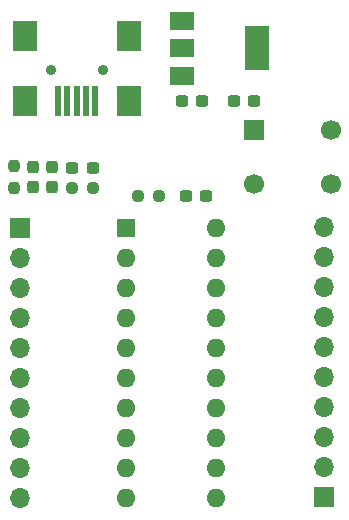
<source format=gbr>
%TF.GenerationSoftware,KiCad,Pcbnew,7.0.6-1.fc38*%
%TF.CreationDate,2023-08-09T19:30:44+03:00*%
%TF.ProjectId,msp430-breakout,6d737034-3330-42d6-9272-65616b6f7574,v.1.0*%
%TF.SameCoordinates,Original*%
%TF.FileFunction,Soldermask,Top*%
%TF.FilePolarity,Negative*%
%FSLAX46Y46*%
G04 Gerber Fmt 4.6, Leading zero omitted, Abs format (unit mm)*
G04 Created by KiCad (PCBNEW 7.0.6-1.fc38) date 2023-08-09 19:30:44*
%MOMM*%
%LPD*%
G01*
G04 APERTURE LIST*
G04 Aperture macros list*
%AMRoundRect*
0 Rectangle with rounded corners*
0 $1 Rounding radius*
0 $2 $3 $4 $5 $6 $7 $8 $9 X,Y pos of 4 corners*
0 Add a 4 corners polygon primitive as box body*
4,1,4,$2,$3,$4,$5,$6,$7,$8,$9,$2,$3,0*
0 Add four circle primitives for the rounded corners*
1,1,$1+$1,$2,$3*
1,1,$1+$1,$4,$5*
1,1,$1+$1,$6,$7*
1,1,$1+$1,$8,$9*
0 Add four rect primitives between the rounded corners*
20,1,$1+$1,$2,$3,$4,$5,0*
20,1,$1+$1,$4,$5,$6,$7,0*
20,1,$1+$1,$6,$7,$8,$9,0*
20,1,$1+$1,$8,$9,$2,$3,0*%
G04 Aperture macros list end*
%ADD10R,2.000000X2.500000*%
%ADD11R,0.500000X2.500000*%
%ADD12C,0.900000*%
%ADD13O,1.700000X1.700000*%
%ADD14R,1.700000X1.700000*%
%ADD15R,2.000000X1.500000*%
%ADD16R,2.000000X3.800000*%
%ADD17O,1.600000X1.600000*%
%ADD18R,1.600000X1.600000*%
%ADD19C,1.700000*%
%ADD20RoundRect,0.237500X-0.250000X-0.237500X0.250000X-0.237500X0.250000X0.237500X-0.250000X0.237500X0*%
%ADD21RoundRect,0.237500X0.237500X-0.250000X0.237500X0.250000X-0.237500X0.250000X-0.237500X-0.250000X0*%
%ADD22RoundRect,0.237500X0.237500X-0.287500X0.237500X0.287500X-0.237500X0.287500X-0.237500X-0.287500X0*%
%ADD23RoundRect,0.237500X0.300000X0.237500X-0.300000X0.237500X-0.300000X-0.237500X0.300000X-0.237500X0*%
%ADD24RoundRect,0.237500X-0.300000X-0.237500X0.300000X-0.237500X0.300000X0.237500X-0.300000X0.237500X0*%
G04 APERTURE END LIST*
D10*
%TO.C,J3*%
X82200000Y-35925000D03*
X82200000Y-41425000D03*
X73400000Y-41425000D03*
X73400000Y-35925000D03*
D11*
X76200000Y-41425000D03*
X77000000Y-41425000D03*
X77800000Y-41425000D03*
X78600000Y-41425000D03*
X79400000Y-41425000D03*
D12*
X80000000Y-38825000D03*
X75600000Y-38825000D03*
%TD*%
D13*
%TO.C,J2*%
X98750000Y-52160000D03*
X98750000Y-54700000D03*
X98750000Y-57240000D03*
X98750000Y-59780000D03*
X98750000Y-62320000D03*
X98750000Y-64860000D03*
X98750000Y-67400000D03*
X98750000Y-69940000D03*
X98750000Y-72480000D03*
D14*
X98750000Y-75020000D03*
%TD*%
D15*
%TO.C,U2*%
X86750000Y-34700000D03*
D16*
X93050000Y-37000000D03*
D15*
X86750000Y-37000000D03*
X86750000Y-39300000D03*
%TD*%
D17*
%TO.C,U1*%
X89620000Y-52175000D03*
X89620000Y-54715000D03*
X89620000Y-57255000D03*
X89620000Y-59795000D03*
X89620000Y-62335000D03*
X89620000Y-64875000D03*
X89620000Y-67415000D03*
X89620000Y-69955000D03*
X89620000Y-72495000D03*
X89620000Y-75035000D03*
X82000000Y-75035000D03*
X82000000Y-72495000D03*
X82000000Y-69955000D03*
X82000000Y-67415000D03*
X82000000Y-64875000D03*
X82000000Y-62335000D03*
X82000000Y-59795000D03*
X82000000Y-57255000D03*
X82000000Y-54715000D03*
D18*
X82000000Y-52175000D03*
%TD*%
D19*
%TO.C,SW1*%
X92850000Y-48450000D03*
X99350000Y-48450000D03*
D14*
X92850000Y-43950000D03*
D19*
X99350000Y-43950000D03*
%TD*%
D20*
%TO.C,R3*%
X82987500Y-49500000D03*
X84812500Y-49500000D03*
%TD*%
D21*
%TO.C,R2*%
X72500000Y-46987500D03*
X72500000Y-48812500D03*
%TD*%
D20*
%TO.C,R1*%
X79212500Y-48800000D03*
X77387500Y-48800000D03*
%TD*%
D14*
%TO.C,J1*%
X73000000Y-52175000D03*
D13*
X73000000Y-54715000D03*
X73000000Y-57255000D03*
X73000000Y-59795000D03*
X73000000Y-62335000D03*
X73000000Y-64875000D03*
X73000000Y-67415000D03*
X73000000Y-69955000D03*
X73000000Y-72495000D03*
X73000000Y-75035000D03*
%TD*%
D22*
%TO.C,D2*%
X75700000Y-48775000D03*
X75700000Y-47025000D03*
%TD*%
%TO.C,D1*%
X74100000Y-47025000D03*
X74100000Y-48775000D03*
%TD*%
D23*
%TO.C,C4*%
X87037500Y-49500000D03*
X88762500Y-49500000D03*
%TD*%
D24*
%TO.C,C3*%
X92862500Y-41500000D03*
X91137500Y-41500000D03*
%TD*%
D23*
%TO.C,C2*%
X86737500Y-41500000D03*
X88462500Y-41500000D03*
%TD*%
%TO.C,C1*%
X77437500Y-47100000D03*
X79162500Y-47100000D03*
%TD*%
M02*

</source>
